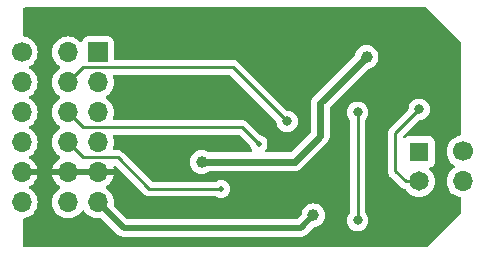
<source format=gbr>
%TF.GenerationSoftware,KiCad,Pcbnew,8.0.0*%
%TF.CreationDate,2024-03-09T01:11:29+09:00*%
%TF.ProjectId,Pmod_CAN,506d6f64-5f43-4414-9e2e-6b696361645f,rev?*%
%TF.SameCoordinates,Original*%
%TF.FileFunction,Copper,L2,Bot*%
%TF.FilePolarity,Positive*%
%FSLAX46Y46*%
G04 Gerber Fmt 4.6, Leading zero omitted, Abs format (unit mm)*
G04 Created by KiCad (PCBNEW 8.0.0) date 2024-03-09 01:11:29*
%MOMM*%
%LPD*%
G01*
G04 APERTURE LIST*
%TA.AperFunction,ComponentPad*%
%ADD10R,1.700000X1.700000*%
%TD*%
%TA.AperFunction,ComponentPad*%
%ADD11O,1.700000X1.700000*%
%TD*%
%TA.AperFunction,ComponentPad*%
%ADD12C,1.700000*%
%TD*%
%TA.AperFunction,ComponentPad*%
%ADD13R,1.650000X1.650000*%
%TD*%
%TA.AperFunction,ComponentPad*%
%ADD14C,1.650000*%
%TD*%
%TA.AperFunction,ViaPad*%
%ADD15C,1.000000*%
%TD*%
%TA.AperFunction,ViaPad*%
%ADD16C,0.500000*%
%TD*%
%TA.AperFunction,ViaPad*%
%ADD17C,0.800000*%
%TD*%
%TA.AperFunction,Conductor*%
%ADD18C,0.600000*%
%TD*%
%TA.AperFunction,Conductor*%
%ADD19C,0.250000*%
%TD*%
%TA.AperFunction,Conductor*%
%ADD20C,0.500000*%
%TD*%
G04 APERTURE END LIST*
D10*
%TO.P,J2,1,Pin_1*%
%TO.N,unconnected-(J2-Pin_1-Pad1)*%
X139573000Y-91821000D03*
D11*
%TO.P,J2,2,Pin_2*%
%TO.N,unconnected-(J2-Pin_2-Pad2)*%
X139573000Y-94361000D03*
%TO.P,J2,3,Pin_3*%
%TO.N,unconnected-(J2-Pin_3-Pad3)*%
X139573000Y-96901000D03*
%TO.P,J2,4,Pin_4*%
%TO.N,unconnected-(J2-Pin_4-Pad4)*%
X139573000Y-99441000D03*
%TO.P,J2,5,Pin_5*%
%TO.N,GND*%
X139573000Y-101981000D03*
%TO.P,J2,6,Pin_6*%
%TO.N,+3V3*%
X139573000Y-104521000D03*
%TO.P,J2,7,Pin_7*%
%TO.N,Net-(J2-Pin_7)*%
X137033000Y-91821000D03*
%TO.P,J2,8,Pin_8*%
%TO.N,Net-(IC1-S)*%
X137033000Y-94361000D03*
%TO.P,J2,9,Pin_9*%
%TO.N,Net-(IC1-TXD)*%
X137033000Y-96901000D03*
%TO.P,J2,10,Pin_10*%
%TO.N,Net-(IC1-RXD)*%
X137033000Y-99441000D03*
%TO.P,J2,11,Pin_11*%
%TO.N,GND*%
X137033000Y-101981000D03*
%TO.P,J2,12,Pin_12*%
%TO.N,+3V3*%
X137033000Y-104521000D03*
%TD*%
D12*
%TO.P,J4,1,Pin_1*%
%TO.N,Net-(J4-Pin_1)*%
X170434000Y-100198000D03*
D11*
%TO.P,J4,2,Pin_2*%
%TO.N,Net-(J4-Pin_2)*%
X170434000Y-102738000D03*
%TD*%
D13*
%TO.P,J1,1,1*%
%TO.N,Net-(J4-Pin_1)*%
X166751000Y-100243000D03*
D14*
%TO.P,J1,2,2*%
%TO.N,Net-(J4-Pin_2)*%
X166751000Y-102743000D03*
%TD*%
D12*
%TO.P,J3,1,Pin_1*%
%TO.N,Net-(J2-Pin_7)*%
X133096000Y-91821000D03*
D11*
%TO.P,J3,2,Pin_2*%
%TO.N,Net-(IC1-S)*%
X133096000Y-94361000D03*
%TO.P,J3,3,Pin_3*%
%TO.N,Net-(IC1-TXD)*%
X133096000Y-96901000D03*
%TO.P,J3,4,Pin_4*%
%TO.N,Net-(IC1-RXD)*%
X133096000Y-99441000D03*
%TO.P,J3,5,Pin_5*%
%TO.N,GND*%
X133096000Y-101981000D03*
%TO.P,J3,6,Pin_6*%
%TO.N,+3V3*%
X133096000Y-104521000D03*
%TD*%
D15*
%TO.N,/+5V*%
X162306000Y-92202000D03*
X148336000Y-101092000D03*
D16*
%TO.N,Net-(IC1-RXD)*%
X149987000Y-103378000D03*
D17*
%TO.N,GND*%
X155829000Y-91948000D03*
X149479000Y-91948000D03*
X166497000Y-89662000D03*
X166497000Y-105918000D03*
D16*
%TO.N,Net-(IC1-TXD)*%
X153162000Y-99568000D03*
D15*
%TO.N,+3V3*%
X157797500Y-105600500D03*
D17*
%TO.N,Net-(IC1-S)*%
X155575000Y-97663000D03*
%TO.N,Net-(C2-Pad1)*%
X161544000Y-96901000D03*
X161544000Y-106045000D03*
%TO.N,Net-(J4-Pin_2)*%
X166751000Y-96647000D03*
%TD*%
D18*
%TO.N,/+5V*%
X158369000Y-96139000D02*
X162306000Y-92202000D01*
X158369000Y-98933000D02*
X158369000Y-96139000D01*
X156210000Y-101092000D02*
X158369000Y-98933000D01*
X148336000Y-101092000D02*
X156210000Y-101092000D01*
D19*
%TO.N,Net-(IC1-RXD)*%
X138303000Y-100711000D02*
X137033000Y-99441000D01*
X141224000Y-100711000D02*
X138303000Y-100711000D01*
X143891000Y-103378000D02*
X141224000Y-100711000D01*
X149987000Y-103378000D02*
X143891000Y-103378000D01*
D20*
%TO.N,+3V3*%
X141732000Y-106680000D02*
X139573000Y-104521000D01*
X156718000Y-106680000D02*
X141732000Y-106680000D01*
X157797500Y-105600500D02*
X156718000Y-106680000D01*
D19*
%TO.N,Net-(IC1-S)*%
X151003000Y-93091000D02*
X155575000Y-97663000D01*
X138303000Y-93091000D02*
X151003000Y-93091000D01*
X137033000Y-94361000D02*
X138303000Y-93091000D01*
%TO.N,Net-(IC1-TXD)*%
X153162000Y-99568000D02*
X151765000Y-98171000D01*
X138303000Y-98171000D02*
X137033000Y-96901000D01*
X151765000Y-98171000D02*
X138303000Y-98171000D01*
%TO.N,Net-(C2-Pad1)*%
X161544000Y-106045000D02*
X161544000Y-96901000D01*
%TO.N,Net-(J4-Pin_2)*%
X166751000Y-96647000D02*
X164719000Y-98679000D01*
X164719000Y-101854000D02*
X165608000Y-102743000D01*
X164719000Y-98679000D02*
X164719000Y-101854000D01*
X165608000Y-102743000D02*
X166751000Y-102743000D01*
%TD*%
%TA.AperFunction,Conductor*%
%TO.N,GND*%
G36*
X139107075Y-101788007D02*
G01*
X139073000Y-101915174D01*
X139073000Y-102046826D01*
X139107075Y-102173993D01*
X139139988Y-102231000D01*
X137466012Y-102231000D01*
X137498925Y-102173993D01*
X137533000Y-102046826D01*
X137533000Y-101915174D01*
X137498925Y-101788007D01*
X137466012Y-101731000D01*
X139139988Y-101731000D01*
X139107075Y-101788007D01*
G37*
%TD.AperFunction*%
%TA.AperFunction,Conductor*%
G36*
X167401677Y-88030685D02*
G01*
X167422319Y-88047319D01*
X170270681Y-90895681D01*
X170304166Y-90957004D01*
X170307000Y-90983362D01*
X170307000Y-98739827D01*
X170287315Y-98806866D01*
X170234511Y-98852621D01*
X170203703Y-98860764D01*
X170203921Y-98861998D01*
X170198586Y-98862938D01*
X169970344Y-98924094D01*
X169970335Y-98924098D01*
X169756171Y-99023964D01*
X169756169Y-99023965D01*
X169562597Y-99159505D01*
X169395505Y-99326597D01*
X169259965Y-99520169D01*
X169259964Y-99520171D01*
X169160098Y-99734335D01*
X169160094Y-99734344D01*
X169098938Y-99962586D01*
X169098936Y-99962596D01*
X169078341Y-100197999D01*
X169078341Y-100198000D01*
X169098936Y-100433403D01*
X169098938Y-100433413D01*
X169160094Y-100661655D01*
X169160096Y-100661659D01*
X169160097Y-100661663D01*
X169230611Y-100812880D01*
X169259965Y-100875830D01*
X169259967Y-100875834D01*
X169395501Y-101069395D01*
X169395506Y-101069402D01*
X169562597Y-101236493D01*
X169562603Y-101236498D01*
X169748158Y-101366425D01*
X169791783Y-101421002D01*
X169798977Y-101490500D01*
X169767454Y-101552855D01*
X169748158Y-101569575D01*
X169562597Y-101699505D01*
X169395505Y-101866597D01*
X169259965Y-102060169D01*
X169259964Y-102060171D01*
X169160098Y-102274335D01*
X169160094Y-102274344D01*
X169098938Y-102502586D01*
X169098936Y-102502596D01*
X169078341Y-102737999D01*
X169078341Y-102738000D01*
X169098936Y-102973403D01*
X169098938Y-102973413D01*
X169160094Y-103201655D01*
X169160096Y-103201659D01*
X169160097Y-103201663D01*
X169251103Y-103396825D01*
X169259965Y-103415830D01*
X169259967Y-103415834D01*
X169306651Y-103482505D01*
X169395505Y-103609401D01*
X169562599Y-103776495D01*
X169646378Y-103835158D01*
X169756165Y-103912032D01*
X169756167Y-103912033D01*
X169756170Y-103912035D01*
X169970337Y-104011903D01*
X170198592Y-104073063D01*
X170198597Y-104073063D01*
X170203920Y-104074002D01*
X170203490Y-104076439D01*
X170258845Y-104098072D01*
X170299842Y-104154650D01*
X170307000Y-104196172D01*
X170307000Y-105358638D01*
X170287315Y-105425677D01*
X170270681Y-105446319D01*
X167422319Y-108294681D01*
X167360996Y-108328166D01*
X167334638Y-108331000D01*
X133347000Y-108331000D01*
X133279961Y-108311315D01*
X133234206Y-108258511D01*
X133223000Y-108207000D01*
X133223000Y-105979172D01*
X133242685Y-105912133D01*
X133295489Y-105866378D01*
X133326301Y-105858257D01*
X133326080Y-105857002D01*
X133331400Y-105856063D01*
X133331408Y-105856063D01*
X133559663Y-105794903D01*
X133773830Y-105695035D01*
X133967401Y-105559495D01*
X134134495Y-105392401D01*
X134270035Y-105198830D01*
X134369903Y-104984663D01*
X134431063Y-104756408D01*
X134451659Y-104521000D01*
X135677341Y-104521000D01*
X135697936Y-104756403D01*
X135697938Y-104756413D01*
X135759094Y-104984655D01*
X135759096Y-104984659D01*
X135759097Y-104984663D01*
X135839004Y-105156023D01*
X135858965Y-105198830D01*
X135858967Y-105198834D01*
X135962233Y-105346312D01*
X135994505Y-105392401D01*
X136161599Y-105559495D01*
X136220160Y-105600500D01*
X136355165Y-105695032D01*
X136355167Y-105695033D01*
X136355170Y-105695035D01*
X136569337Y-105794903D01*
X136569343Y-105794904D01*
X136569344Y-105794905D01*
X136624285Y-105809626D01*
X136797592Y-105856063D01*
X136985918Y-105872539D01*
X137032999Y-105876659D01*
X137033000Y-105876659D01*
X137033001Y-105876659D01*
X137072234Y-105873226D01*
X137268408Y-105856063D01*
X137496663Y-105794903D01*
X137710830Y-105695035D01*
X137904401Y-105559495D01*
X138071495Y-105392401D01*
X138201425Y-105206842D01*
X138256002Y-105163217D01*
X138325500Y-105156023D01*
X138387855Y-105187546D01*
X138404575Y-105206842D01*
X138534500Y-105392395D01*
X138534505Y-105392401D01*
X138701599Y-105559495D01*
X138760160Y-105600500D01*
X138895165Y-105695032D01*
X138895167Y-105695033D01*
X138895170Y-105695035D01*
X139109337Y-105794903D01*
X139109343Y-105794904D01*
X139109344Y-105794905D01*
X139164285Y-105809626D01*
X139337592Y-105856063D01*
X139525918Y-105872539D01*
X139572999Y-105876659D01*
X139573000Y-105876659D01*
X139573001Y-105876659D01*
X139608284Y-105873571D01*
X139786013Y-105858022D01*
X139854512Y-105871788D01*
X139884501Y-105893869D01*
X141253586Y-107262954D01*
X141283058Y-107282645D01*
X141327270Y-107312186D01*
X141376505Y-107345084D01*
X141376506Y-107345084D01*
X141376507Y-107345085D01*
X141376509Y-107345086D01*
X141513082Y-107401656D01*
X141513087Y-107401658D01*
X141513091Y-107401658D01*
X141513092Y-107401659D01*
X141658079Y-107430500D01*
X141658082Y-107430500D01*
X156791920Y-107430500D01*
X156889462Y-107411096D01*
X156936913Y-107401658D01*
X157073495Y-107345084D01*
X157122729Y-107312186D01*
X157122734Y-107312183D01*
X157147071Y-107295921D01*
X157196416Y-107262952D01*
X157828275Y-106631091D01*
X157889596Y-106597608D01*
X157903795Y-106595371D01*
X157993632Y-106586524D01*
X158182227Y-106529314D01*
X158356038Y-106436410D01*
X158508383Y-106311383D01*
X158633410Y-106159038D01*
X158694365Y-106045000D01*
X160638540Y-106045000D01*
X160658326Y-106233256D01*
X160658327Y-106233259D01*
X160716818Y-106413277D01*
X160716821Y-106413284D01*
X160811467Y-106577216D01*
X160938129Y-106717888D01*
X161091265Y-106829148D01*
X161091270Y-106829151D01*
X161264192Y-106906142D01*
X161264197Y-106906144D01*
X161449354Y-106945500D01*
X161449355Y-106945500D01*
X161638644Y-106945500D01*
X161638646Y-106945500D01*
X161823803Y-106906144D01*
X161996730Y-106829151D01*
X162149871Y-106717888D01*
X162276533Y-106577216D01*
X162371179Y-106413284D01*
X162429674Y-106233256D01*
X162449460Y-106045000D01*
X162429674Y-105856744D01*
X162371179Y-105676716D01*
X162276533Y-105512784D01*
X162216688Y-105446319D01*
X162201350Y-105429284D01*
X162171120Y-105366292D01*
X162169500Y-105346312D01*
X162169500Y-101915611D01*
X164093500Y-101915611D01*
X164117535Y-102036444D01*
X164117540Y-102036461D01*
X164164685Y-102150281D01*
X164164688Y-102150286D01*
X164190347Y-102188686D01*
X164190348Y-102188689D01*
X164190349Y-102188689D01*
X164233141Y-102252733D01*
X164324586Y-102344178D01*
X164324608Y-102344198D01*
X165119016Y-103138606D01*
X165119045Y-103138637D01*
X165209264Y-103228856D01*
X165209267Y-103228858D01*
X165286190Y-103280256D01*
X165311710Y-103297309D01*
X165311713Y-103297311D01*
X165311715Y-103297312D01*
X165357782Y-103316393D01*
X165357783Y-103316394D01*
X165357784Y-103316394D01*
X165425548Y-103344463D01*
X165485971Y-103356481D01*
X165525974Y-103364438D01*
X165587884Y-103396825D01*
X165603353Y-103414929D01*
X165731730Y-103598269D01*
X165895731Y-103762270D01*
X166085718Y-103895301D01*
X166295921Y-103993320D01*
X166519950Y-104053349D01*
X166684985Y-104067787D01*
X166750998Y-104073563D01*
X166751000Y-104073563D01*
X166751002Y-104073563D01*
X166808762Y-104068509D01*
X166982050Y-104053349D01*
X167206079Y-103993320D01*
X167416282Y-103895301D01*
X167606269Y-103762270D01*
X167770270Y-103598269D01*
X167903301Y-103408282D01*
X168001320Y-103198079D01*
X168061349Y-102974050D01*
X168081563Y-102743000D01*
X168081125Y-102737999D01*
X168061349Y-102511955D01*
X168061349Y-102511950D01*
X168001320Y-102287921D01*
X167903301Y-102077719D01*
X167903299Y-102077716D01*
X167903298Y-102077714D01*
X167770273Y-101887735D01*
X167770268Y-101887729D01*
X167645951Y-101763412D01*
X167612466Y-101702089D01*
X167617450Y-101632397D01*
X167659322Y-101576464D01*
X167690299Y-101559549D01*
X167803019Y-101517507D01*
X167818331Y-101511796D01*
X167933546Y-101425546D01*
X168019796Y-101310331D01*
X168070091Y-101175483D01*
X168076500Y-101115873D01*
X168076499Y-99370128D01*
X168070091Y-99310517D01*
X168030954Y-99205586D01*
X168019797Y-99175671D01*
X168019793Y-99175664D01*
X167933547Y-99060455D01*
X167933544Y-99060452D01*
X167818335Y-98974206D01*
X167818328Y-98974202D01*
X167683482Y-98923908D01*
X167683483Y-98923908D01*
X167623883Y-98917501D01*
X167623881Y-98917500D01*
X167623873Y-98917500D01*
X167623864Y-98917500D01*
X165878129Y-98917500D01*
X165878123Y-98917501D01*
X165818516Y-98923908D01*
X165683671Y-98974202D01*
X165683668Y-98974204D01*
X165578881Y-99052648D01*
X165513417Y-99077065D01*
X165445144Y-99062213D01*
X165395738Y-99012808D01*
X165380886Y-98944535D01*
X165405303Y-98879071D01*
X165416882Y-98865707D01*
X166698771Y-97583819D01*
X166760094Y-97550334D01*
X166786452Y-97547500D01*
X166845644Y-97547500D01*
X166845646Y-97547500D01*
X167030803Y-97508144D01*
X167203730Y-97431151D01*
X167356871Y-97319888D01*
X167483533Y-97179216D01*
X167578179Y-97015284D01*
X167636674Y-96835256D01*
X167656460Y-96647000D01*
X167636674Y-96458744D01*
X167578179Y-96278716D01*
X167483533Y-96114784D01*
X167356871Y-95974112D01*
X167356870Y-95974111D01*
X167203734Y-95862851D01*
X167203729Y-95862848D01*
X167030807Y-95785857D01*
X167030802Y-95785855D01*
X166885001Y-95754865D01*
X166845646Y-95746500D01*
X166656354Y-95746500D01*
X166623897Y-95753398D01*
X166471197Y-95785855D01*
X166471192Y-95785857D01*
X166298270Y-95862848D01*
X166298265Y-95862851D01*
X166145129Y-95974111D01*
X166018466Y-96114785D01*
X165923821Y-96278715D01*
X165923818Y-96278722D01*
X165872279Y-96437344D01*
X165865326Y-96458744D01*
X165858684Y-96521939D01*
X165847678Y-96626651D01*
X165821093Y-96691266D01*
X165812038Y-96701370D01*
X165040398Y-97473011D01*
X164320270Y-98193139D01*
X164320267Y-98193142D01*
X164295411Y-98217998D01*
X164233140Y-98280268D01*
X164212468Y-98311208D01*
X164212466Y-98311211D01*
X164164690Y-98382710D01*
X164164685Y-98382719D01*
X164140753Y-98440499D01*
X164140753Y-98440500D01*
X164117538Y-98496545D01*
X164117535Y-98496555D01*
X164093500Y-98617389D01*
X164093500Y-101915611D01*
X162169500Y-101915611D01*
X162169500Y-97599687D01*
X162189185Y-97532648D01*
X162201350Y-97516715D01*
X162219891Y-97496122D01*
X162276533Y-97433216D01*
X162371179Y-97269284D01*
X162429674Y-97089256D01*
X162449460Y-96901000D01*
X162429674Y-96712744D01*
X162371179Y-96532716D01*
X162276533Y-96368784D01*
X162149871Y-96228112D01*
X162149870Y-96228111D01*
X161996734Y-96116851D01*
X161996729Y-96116848D01*
X161823807Y-96039857D01*
X161823802Y-96039855D01*
X161678001Y-96008865D01*
X161638646Y-96000500D01*
X161449354Y-96000500D01*
X161416897Y-96007398D01*
X161264197Y-96039855D01*
X161264192Y-96039857D01*
X161091270Y-96116848D01*
X161091265Y-96116851D01*
X160938129Y-96228111D01*
X160811466Y-96368785D01*
X160716821Y-96532715D01*
X160716818Y-96532722D01*
X160658327Y-96712740D01*
X160658326Y-96712744D01*
X160638540Y-96901000D01*
X160658326Y-97089256D01*
X160658327Y-97089259D01*
X160716818Y-97269277D01*
X160716821Y-97269284D01*
X160811467Y-97433216D01*
X160847299Y-97473011D01*
X160886650Y-97516715D01*
X160916880Y-97579706D01*
X160918500Y-97599687D01*
X160918500Y-105346312D01*
X160898815Y-105413351D01*
X160886650Y-105429284D01*
X160811466Y-105512784D01*
X160716821Y-105676715D01*
X160716818Y-105676722D01*
X160658547Y-105856063D01*
X160658326Y-105856744D01*
X160638540Y-106045000D01*
X158694365Y-106045000D01*
X158726314Y-105985227D01*
X158783524Y-105796632D01*
X158802841Y-105600500D01*
X158783524Y-105404368D01*
X158726314Y-105215773D01*
X158726311Y-105215769D01*
X158726311Y-105215766D01*
X158633413Y-105041967D01*
X158633409Y-105041960D01*
X158508383Y-104889616D01*
X158356039Y-104764590D01*
X158356032Y-104764586D01*
X158182233Y-104671688D01*
X158182227Y-104671686D01*
X157993632Y-104614476D01*
X157993629Y-104614475D01*
X157797500Y-104595159D01*
X157601370Y-104614475D01*
X157412766Y-104671688D01*
X157238967Y-104764586D01*
X157238960Y-104764590D01*
X157086616Y-104889616D01*
X156961590Y-105041960D01*
X156961586Y-105041967D01*
X156868688Y-105215766D01*
X156811475Y-105404370D01*
X156802627Y-105494200D01*
X156776465Y-105558987D01*
X156766905Y-105569725D01*
X156443449Y-105893182D01*
X156382128Y-105926666D01*
X156355770Y-105929500D01*
X142094230Y-105929500D01*
X142027191Y-105909815D01*
X142006549Y-105893181D01*
X140945869Y-104832501D01*
X140912384Y-104771178D01*
X140910022Y-104734012D01*
X140928659Y-104521000D01*
X140928659Y-104520999D01*
X140908063Y-104285596D01*
X140908063Y-104285592D01*
X140851117Y-104073063D01*
X140846905Y-104057344D01*
X140846904Y-104057343D01*
X140846903Y-104057337D01*
X140747035Y-103843171D01*
X140741425Y-103835158D01*
X140611494Y-103649597D01*
X140444402Y-103482506D01*
X140444401Y-103482505D01*
X140258405Y-103352269D01*
X140214781Y-103297692D01*
X140207588Y-103228193D01*
X140239110Y-103165839D01*
X140258405Y-103149119D01*
X140444082Y-103019105D01*
X140611105Y-102852082D01*
X140746600Y-102658578D01*
X140846429Y-102444492D01*
X140846432Y-102444486D01*
X140903636Y-102231000D01*
X140006012Y-102231000D01*
X140038925Y-102173993D01*
X140073000Y-102046826D01*
X140073000Y-101915174D01*
X140038925Y-101788007D01*
X140006012Y-101731000D01*
X140903636Y-101731000D01*
X140903635Y-101730999D01*
X140856585Y-101555406D01*
X140858248Y-101485556D01*
X140897410Y-101427693D01*
X140961638Y-101400189D01*
X141030541Y-101411775D01*
X141064041Y-101435631D01*
X143492263Y-103863855D01*
X143492267Y-103863858D01*
X143594710Y-103932309D01*
X143594711Y-103932309D01*
X143594715Y-103932312D01*
X143661396Y-103959931D01*
X143661398Y-103959933D01*
X143708543Y-103979461D01*
X143708548Y-103979463D01*
X143728597Y-103983451D01*
X143762196Y-103990134D01*
X143829392Y-104003501D01*
X143829394Y-104003501D01*
X143958721Y-104003501D01*
X143958741Y-104003500D01*
X149536124Y-104003500D01*
X149602095Y-104022505D01*
X149659310Y-104058456D01*
X149759915Y-104093659D01*
X149818943Y-104114314D01*
X149986997Y-104133249D01*
X149987000Y-104133249D01*
X149987003Y-104133249D01*
X150155056Y-104114314D01*
X150201473Y-104098072D01*
X150314690Y-104058456D01*
X150314692Y-104058454D01*
X150314694Y-104058454D01*
X150314697Y-104058452D01*
X150457884Y-103968481D01*
X150457885Y-103968480D01*
X150457890Y-103968477D01*
X150577477Y-103848890D01*
X150581072Y-103843169D01*
X150667452Y-103705697D01*
X150667454Y-103705694D01*
X150667454Y-103705692D01*
X150667456Y-103705690D01*
X150723313Y-103546059D01*
X150723313Y-103546058D01*
X150723314Y-103546056D01*
X150742249Y-103378002D01*
X150742249Y-103377997D01*
X150723314Y-103209943D01*
X150667454Y-103050305D01*
X150667452Y-103050302D01*
X150577481Y-102907115D01*
X150577476Y-102907109D01*
X150457890Y-102787523D01*
X150457884Y-102787518D01*
X150314697Y-102697547D01*
X150314694Y-102697545D01*
X150155056Y-102641685D01*
X149987003Y-102622751D01*
X149986997Y-102622751D01*
X149818943Y-102641685D01*
X149659307Y-102697545D01*
X149602096Y-102733494D01*
X149536124Y-102752500D01*
X144201453Y-102752500D01*
X144134414Y-102732815D01*
X144113772Y-102716181D01*
X141716928Y-100319338D01*
X141716925Y-100319334D01*
X141716925Y-100319335D01*
X141709858Y-100312268D01*
X141709858Y-100312267D01*
X141622733Y-100225142D01*
X141556215Y-100180696D01*
X141556216Y-100180696D01*
X141556214Y-100180694D01*
X141520290Y-100156690D01*
X141520286Y-100156688D01*
X141428887Y-100118830D01*
X141428885Y-100118828D01*
X141406455Y-100109538D01*
X141406453Y-100109537D01*
X141406452Y-100109537D01*
X141346029Y-100097518D01*
X141285610Y-100085500D01*
X141285607Y-100085500D01*
X141285606Y-100085500D01*
X140957218Y-100085500D01*
X140890179Y-100065815D01*
X140844424Y-100013011D01*
X140834480Y-99943853D01*
X140844837Y-99909094D01*
X140846900Y-99904669D01*
X140846903Y-99904663D01*
X140908063Y-99676408D01*
X140928659Y-99441000D01*
X140908063Y-99205592D01*
X140856149Y-99011844D01*
X140846905Y-98977344D01*
X140846900Y-98977330D01*
X140844837Y-98972906D01*
X140834344Y-98903829D01*
X140862863Y-98840045D01*
X140921339Y-98801804D01*
X140957218Y-98796500D01*
X151454548Y-98796500D01*
X151521587Y-98816185D01*
X151542229Y-98832819D01*
X152395025Y-99685615D01*
X152424386Y-99732341D01*
X152481545Y-99895694D01*
X152481547Y-99895697D01*
X152571518Y-100038884D01*
X152571523Y-100038890D01*
X152612452Y-100079819D01*
X152645937Y-100141142D01*
X152640953Y-100210834D01*
X152599081Y-100266767D01*
X152533617Y-100291184D01*
X152524771Y-100291500D01*
X148982053Y-100291500D01*
X148915014Y-100271815D01*
X148903392Y-100263356D01*
X148894538Y-100256090D01*
X148894537Y-100256089D01*
X148894534Y-100256087D01*
X148894532Y-100256086D01*
X148720733Y-100163188D01*
X148720727Y-100163186D01*
X148574499Y-100118828D01*
X148532129Y-100105975D01*
X148336000Y-100086659D01*
X148139870Y-100105975D01*
X147951266Y-100163188D01*
X147777467Y-100256086D01*
X147777460Y-100256090D01*
X147625116Y-100381116D01*
X147500090Y-100533460D01*
X147500086Y-100533467D01*
X147407188Y-100707266D01*
X147349975Y-100895870D01*
X147330659Y-101092000D01*
X147349975Y-101288129D01*
X147349976Y-101288132D01*
X147393587Y-101431899D01*
X147407188Y-101476733D01*
X147500086Y-101650532D01*
X147500090Y-101650539D01*
X147625116Y-101802883D01*
X147777460Y-101927909D01*
X147777467Y-101927913D01*
X147951266Y-102020811D01*
X147951269Y-102020811D01*
X147951273Y-102020814D01*
X148139868Y-102078024D01*
X148336000Y-102097341D01*
X148532132Y-102078024D01*
X148720727Y-102020814D01*
X148894538Y-101927910D01*
X148903387Y-101920647D01*
X148967696Y-101893334D01*
X148982053Y-101892500D01*
X156288844Y-101892500D01*
X156288845Y-101892499D01*
X156443497Y-101861737D01*
X156589179Y-101801394D01*
X156720289Y-101713789D01*
X158990789Y-99443289D01*
X159078394Y-99312179D01*
X159079083Y-99310517D01*
X159138735Y-99166501D01*
X159138737Y-99166497D01*
X159169500Y-99011842D01*
X159169500Y-98854158D01*
X159169500Y-96521939D01*
X159189185Y-96454900D01*
X159205814Y-96434263D01*
X162415210Y-93224866D01*
X162476531Y-93191383D01*
X162490737Y-93189146D01*
X162502132Y-93188024D01*
X162690727Y-93130814D01*
X162864538Y-93037910D01*
X163016883Y-92912883D01*
X163141910Y-92760538D01*
X163234814Y-92586727D01*
X163292024Y-92398132D01*
X163311341Y-92202000D01*
X163292024Y-92005868D01*
X163234814Y-91817273D01*
X163234811Y-91817269D01*
X163234811Y-91817266D01*
X163141913Y-91643467D01*
X163141909Y-91643460D01*
X163016883Y-91491116D01*
X162864539Y-91366090D01*
X162864532Y-91366086D01*
X162690733Y-91273188D01*
X162690727Y-91273186D01*
X162502132Y-91215976D01*
X162502129Y-91215975D01*
X162306000Y-91196659D01*
X162109870Y-91215975D01*
X161921266Y-91273188D01*
X161747467Y-91366086D01*
X161747460Y-91366090D01*
X161595116Y-91491116D01*
X161470090Y-91643460D01*
X161470086Y-91643467D01*
X161377186Y-91817271D01*
X161319976Y-92005864D01*
X161318853Y-92017266D01*
X161292690Y-92082052D01*
X161283131Y-92092789D01*
X158551267Y-94824655D01*
X157858711Y-95517211D01*
X157829777Y-95546145D01*
X157747209Y-95628712D01*
X157659609Y-95759814D01*
X157659602Y-95759827D01*
X157599264Y-95905498D01*
X157599261Y-95905510D01*
X157568500Y-96060153D01*
X157568500Y-98550060D01*
X157548815Y-98617099D01*
X157532181Y-98637741D01*
X155914741Y-100255181D01*
X155853418Y-100288666D01*
X155827060Y-100291500D01*
X153799229Y-100291500D01*
X153732190Y-100271815D01*
X153686435Y-100219011D01*
X153676491Y-100149853D01*
X153705516Y-100086297D01*
X153711548Y-100079819D01*
X153725552Y-100065815D01*
X153752477Y-100038890D01*
X153800416Y-99962596D01*
X153842452Y-99895697D01*
X153842454Y-99895694D01*
X153842454Y-99895692D01*
X153842456Y-99895690D01*
X153898313Y-99736059D01*
X153898313Y-99736058D01*
X153898314Y-99736056D01*
X153917249Y-99568002D01*
X153917249Y-99567997D01*
X153898314Y-99399943D01*
X153842454Y-99240305D01*
X153842452Y-99240302D01*
X153752481Y-99097115D01*
X153752476Y-99097109D01*
X153632890Y-98977523D01*
X153632884Y-98977518D01*
X153489697Y-98887547D01*
X153489694Y-98887545D01*
X153326341Y-98830386D01*
X153279615Y-98801025D01*
X152257928Y-97779338D01*
X152257925Y-97779334D01*
X152257925Y-97779335D01*
X152250858Y-97772268D01*
X152250858Y-97772267D01*
X152163733Y-97685142D01*
X152163732Y-97685141D01*
X152163731Y-97685140D01*
X152112509Y-97650915D01*
X152102332Y-97644115D01*
X152061286Y-97616688D01*
X152041829Y-97608629D01*
X152020241Y-97599687D01*
X151969887Y-97578830D01*
X151969885Y-97578828D01*
X151947455Y-97569538D01*
X151947453Y-97569537D01*
X151947452Y-97569537D01*
X151887029Y-97557518D01*
X151826610Y-97545500D01*
X151826607Y-97545500D01*
X151826606Y-97545500D01*
X140957218Y-97545500D01*
X140890179Y-97525815D01*
X140844424Y-97473011D01*
X140834480Y-97403853D01*
X140844837Y-97369094D01*
X140846900Y-97364669D01*
X140846903Y-97364663D01*
X140908063Y-97136408D01*
X140928659Y-96901000D01*
X140908063Y-96665592D01*
X140846903Y-96437337D01*
X140747035Y-96223171D01*
X140741425Y-96215158D01*
X140611494Y-96029597D01*
X140444402Y-95862506D01*
X140444396Y-95862501D01*
X140258842Y-95732575D01*
X140215217Y-95677998D01*
X140208023Y-95608500D01*
X140239546Y-95546145D01*
X140258842Y-95529425D01*
X140281026Y-95513891D01*
X140444401Y-95399495D01*
X140611495Y-95232401D01*
X140747035Y-95038830D01*
X140846903Y-94824663D01*
X140908063Y-94596408D01*
X140928659Y-94361000D01*
X140908063Y-94125592D01*
X140846903Y-93897337D01*
X140844837Y-93892906D01*
X140834344Y-93823829D01*
X140862863Y-93760045D01*
X140921339Y-93721804D01*
X140957218Y-93716500D01*
X150692548Y-93716500D01*
X150759587Y-93736185D01*
X150780229Y-93752819D01*
X154636038Y-97608629D01*
X154669523Y-97669952D01*
X154671678Y-97683348D01*
X154671867Y-97685142D01*
X154689326Y-97851256D01*
X154689327Y-97851259D01*
X154747818Y-98031277D01*
X154747821Y-98031284D01*
X154842467Y-98195216D01*
X154946907Y-98311208D01*
X154969129Y-98335888D01*
X155122265Y-98447148D01*
X155122270Y-98447151D01*
X155295192Y-98524142D01*
X155295197Y-98524144D01*
X155480354Y-98563500D01*
X155480355Y-98563500D01*
X155669644Y-98563500D01*
X155669646Y-98563500D01*
X155854803Y-98524144D01*
X156027730Y-98447151D01*
X156180871Y-98335888D01*
X156307533Y-98195216D01*
X156402179Y-98031284D01*
X156460674Y-97851256D01*
X156480460Y-97663000D01*
X156460674Y-97474744D01*
X156402179Y-97294716D01*
X156307533Y-97130784D01*
X156180871Y-96990112D01*
X156180870Y-96990111D01*
X156027734Y-96878851D01*
X156027729Y-96878848D01*
X155854807Y-96801857D01*
X155854802Y-96801855D01*
X155709001Y-96770865D01*
X155669646Y-96762500D01*
X155669645Y-96762500D01*
X155610453Y-96762500D01*
X155543414Y-96742815D01*
X155522772Y-96726181D01*
X151495928Y-92699338D01*
X151495925Y-92699334D01*
X151495925Y-92699335D01*
X151488858Y-92692268D01*
X151488858Y-92692267D01*
X151401733Y-92605142D01*
X151401732Y-92605141D01*
X151401731Y-92605140D01*
X151350509Y-92570915D01*
X151299286Y-92536688D01*
X151207887Y-92498830D01*
X151207885Y-92498828D01*
X151185455Y-92489538D01*
X151185453Y-92489537D01*
X151185452Y-92489537D01*
X151125029Y-92477518D01*
X151064610Y-92465500D01*
X151064607Y-92465500D01*
X151064606Y-92465500D01*
X141047500Y-92465500D01*
X140980461Y-92445815D01*
X140934706Y-92393011D01*
X140923500Y-92341500D01*
X140923499Y-90923129D01*
X140923498Y-90923123D01*
X140920548Y-90895681D01*
X140917091Y-90863517D01*
X140915810Y-90860083D01*
X140866797Y-90728671D01*
X140866793Y-90728664D01*
X140780547Y-90613455D01*
X140780544Y-90613452D01*
X140665335Y-90527206D01*
X140665328Y-90527202D01*
X140530482Y-90476908D01*
X140530483Y-90476908D01*
X140470883Y-90470501D01*
X140470881Y-90470500D01*
X140470873Y-90470500D01*
X140470864Y-90470500D01*
X138675129Y-90470500D01*
X138675123Y-90470501D01*
X138615516Y-90476908D01*
X138480671Y-90527202D01*
X138480664Y-90527206D01*
X138365455Y-90613452D01*
X138365452Y-90613455D01*
X138279206Y-90728664D01*
X138279203Y-90728669D01*
X138230189Y-90860083D01*
X138188317Y-90916016D01*
X138122853Y-90940433D01*
X138054580Y-90925581D01*
X138026326Y-90904430D01*
X137904402Y-90782506D01*
X137904395Y-90782501D01*
X137710834Y-90646967D01*
X137710830Y-90646965D01*
X137710828Y-90646964D01*
X137496663Y-90547097D01*
X137496659Y-90547096D01*
X137496655Y-90547094D01*
X137268413Y-90485938D01*
X137268403Y-90485936D01*
X137033001Y-90465341D01*
X137032999Y-90465341D01*
X136797596Y-90485936D01*
X136797586Y-90485938D01*
X136569344Y-90547094D01*
X136569335Y-90547098D01*
X136355171Y-90646964D01*
X136355169Y-90646965D01*
X136161597Y-90782505D01*
X135994505Y-90949597D01*
X135858965Y-91143169D01*
X135858964Y-91143171D01*
X135759098Y-91357335D01*
X135759094Y-91357344D01*
X135697938Y-91585586D01*
X135697936Y-91585596D01*
X135677341Y-91820999D01*
X135677341Y-91821000D01*
X135697936Y-92056403D01*
X135697938Y-92056413D01*
X135759094Y-92284655D01*
X135759096Y-92284659D01*
X135759097Y-92284663D01*
X135854632Y-92489537D01*
X135858965Y-92498830D01*
X135858967Y-92498834D01*
X135994501Y-92692395D01*
X135994506Y-92692402D01*
X136161597Y-92859493D01*
X136161603Y-92859498D01*
X136347158Y-92989425D01*
X136390783Y-93044002D01*
X136397977Y-93113500D01*
X136366454Y-93175855D01*
X136347158Y-93192575D01*
X136161597Y-93322505D01*
X135994505Y-93489597D01*
X135858965Y-93683169D01*
X135858964Y-93683171D01*
X135759098Y-93897335D01*
X135759094Y-93897344D01*
X135697938Y-94125586D01*
X135697936Y-94125596D01*
X135677341Y-94360999D01*
X135677341Y-94361000D01*
X135697936Y-94596403D01*
X135697938Y-94596413D01*
X135759094Y-94824655D01*
X135759096Y-94824659D01*
X135759097Y-94824663D01*
X135763000Y-94833032D01*
X135858965Y-95038830D01*
X135858967Y-95038834D01*
X135967281Y-95193521D01*
X135994501Y-95232396D01*
X135994506Y-95232402D01*
X136161597Y-95399493D01*
X136161603Y-95399498D01*
X136347158Y-95529425D01*
X136390783Y-95584002D01*
X136397977Y-95653500D01*
X136366454Y-95715855D01*
X136347158Y-95732575D01*
X136161597Y-95862505D01*
X135994505Y-96029597D01*
X135858965Y-96223169D01*
X135858964Y-96223171D01*
X135759098Y-96437335D01*
X135759094Y-96437344D01*
X135697938Y-96665586D01*
X135697936Y-96665596D01*
X135677341Y-96900999D01*
X135677341Y-96901000D01*
X135697936Y-97136403D01*
X135697938Y-97136413D01*
X135759094Y-97364655D01*
X135759096Y-97364659D01*
X135759097Y-97364663D01*
X135854632Y-97569537D01*
X135858965Y-97578830D01*
X135858967Y-97578834D01*
X135994501Y-97772395D01*
X135994506Y-97772402D01*
X136161597Y-97939493D01*
X136161603Y-97939498D01*
X136347158Y-98069425D01*
X136390783Y-98124002D01*
X136397977Y-98193500D01*
X136366454Y-98255855D01*
X136347158Y-98272575D01*
X136161597Y-98402505D01*
X135994505Y-98569597D01*
X135858965Y-98763169D01*
X135858964Y-98763171D01*
X135759098Y-98977335D01*
X135759094Y-98977344D01*
X135697938Y-99205586D01*
X135697936Y-99205596D01*
X135677341Y-99440999D01*
X135677341Y-99441000D01*
X135697936Y-99676403D01*
X135697938Y-99676413D01*
X135759094Y-99904655D01*
X135759096Y-99904659D01*
X135759097Y-99904663D01*
X135852971Y-100105975D01*
X135858965Y-100118830D01*
X135858967Y-100118834D01*
X135994501Y-100312395D01*
X135994506Y-100312402D01*
X136161597Y-100479493D01*
X136161603Y-100479498D01*
X136347594Y-100609730D01*
X136391219Y-100664307D01*
X136398413Y-100733805D01*
X136366890Y-100796160D01*
X136347595Y-100812880D01*
X136161922Y-100942890D01*
X136161920Y-100942891D01*
X135994891Y-101109920D01*
X135994886Y-101109926D01*
X135859400Y-101303420D01*
X135859399Y-101303422D01*
X135759570Y-101517507D01*
X135759567Y-101517513D01*
X135702364Y-101730999D01*
X135702364Y-101731000D01*
X136599988Y-101731000D01*
X136567075Y-101788007D01*
X136533000Y-101915174D01*
X136533000Y-102046826D01*
X136567075Y-102173993D01*
X136599988Y-102231000D01*
X135702364Y-102231000D01*
X135759567Y-102444486D01*
X135759570Y-102444492D01*
X135859399Y-102658578D01*
X135994894Y-102852082D01*
X136161917Y-103019105D01*
X136347595Y-103149119D01*
X136391219Y-103203696D01*
X136398412Y-103273195D01*
X136366890Y-103335549D01*
X136347595Y-103352269D01*
X136161594Y-103482508D01*
X135994505Y-103649597D01*
X135858965Y-103843169D01*
X135858964Y-103843171D01*
X135759098Y-104057335D01*
X135759094Y-104057344D01*
X135697938Y-104285586D01*
X135697936Y-104285596D01*
X135677341Y-104520999D01*
X135677341Y-104521000D01*
X134451659Y-104521000D01*
X134431063Y-104285592D01*
X134374117Y-104073063D01*
X134369905Y-104057344D01*
X134369904Y-104057343D01*
X134369903Y-104057337D01*
X134270035Y-103843171D01*
X134264425Y-103835158D01*
X134134494Y-103649597D01*
X133967402Y-103482506D01*
X133967401Y-103482505D01*
X133781405Y-103352269D01*
X133737781Y-103297692D01*
X133730588Y-103228193D01*
X133762110Y-103165839D01*
X133781405Y-103149119D01*
X133967082Y-103019105D01*
X134134105Y-102852082D01*
X134269600Y-102658578D01*
X134369429Y-102444492D01*
X134369432Y-102444486D01*
X134426636Y-102231000D01*
X133529012Y-102231000D01*
X133561925Y-102173993D01*
X133596000Y-102046826D01*
X133596000Y-101915174D01*
X133561925Y-101788007D01*
X133529012Y-101731000D01*
X134426636Y-101731000D01*
X134426635Y-101730999D01*
X134369432Y-101517513D01*
X134369429Y-101517507D01*
X134269600Y-101303422D01*
X134269599Y-101303420D01*
X134134113Y-101109926D01*
X134134108Y-101109920D01*
X133967078Y-100942890D01*
X133781405Y-100812879D01*
X133737780Y-100758302D01*
X133730588Y-100688804D01*
X133762110Y-100626449D01*
X133781406Y-100609730D01*
X133890331Y-100533460D01*
X133967401Y-100479495D01*
X134134495Y-100312401D01*
X134270035Y-100118830D01*
X134369903Y-99904663D01*
X134431063Y-99676408D01*
X134451659Y-99441000D01*
X134431063Y-99205592D01*
X134379149Y-99011844D01*
X134369905Y-98977344D01*
X134369904Y-98977343D01*
X134369903Y-98977337D01*
X134270035Y-98763171D01*
X134253690Y-98739827D01*
X134134494Y-98569597D01*
X133967402Y-98402506D01*
X133967396Y-98402501D01*
X133781842Y-98272575D01*
X133738217Y-98217998D01*
X133731023Y-98148500D01*
X133762546Y-98086145D01*
X133781842Y-98069425D01*
X133836323Y-98031277D01*
X133967401Y-97939495D01*
X134134495Y-97772401D01*
X134270035Y-97578830D01*
X134369903Y-97364663D01*
X134431063Y-97136408D01*
X134451659Y-96901000D01*
X134431063Y-96665592D01*
X134369903Y-96437337D01*
X134270035Y-96223171D01*
X134264425Y-96215158D01*
X134134494Y-96029597D01*
X133967402Y-95862506D01*
X133967396Y-95862501D01*
X133781842Y-95732575D01*
X133738217Y-95677998D01*
X133731023Y-95608500D01*
X133762546Y-95546145D01*
X133781842Y-95529425D01*
X133804026Y-95513891D01*
X133967401Y-95399495D01*
X134134495Y-95232401D01*
X134270035Y-95038830D01*
X134369903Y-94824663D01*
X134431063Y-94596408D01*
X134451659Y-94361000D01*
X134431063Y-94125592D01*
X134369903Y-93897337D01*
X134270035Y-93683171D01*
X134134495Y-93489599D01*
X134134494Y-93489597D01*
X133967402Y-93322506D01*
X133967396Y-93322501D01*
X133781842Y-93192575D01*
X133738217Y-93137998D01*
X133731023Y-93068500D01*
X133762546Y-93006145D01*
X133781842Y-92989425D01*
X133891155Y-92912883D01*
X133967401Y-92859495D01*
X134134495Y-92692401D01*
X134270035Y-92498830D01*
X134369903Y-92284663D01*
X134431063Y-92056408D01*
X134451659Y-91821000D01*
X134431063Y-91585592D01*
X134369903Y-91357337D01*
X134270035Y-91143171D01*
X134134495Y-90949599D01*
X134134494Y-90949597D01*
X133967402Y-90782506D01*
X133967395Y-90782501D01*
X133773834Y-90646967D01*
X133773830Y-90646965D01*
X133773828Y-90646964D01*
X133559663Y-90547097D01*
X133559659Y-90547096D01*
X133559655Y-90547094D01*
X133331413Y-90485938D01*
X133331409Y-90485937D01*
X133331408Y-90485937D01*
X133331406Y-90485936D01*
X133326079Y-90484998D01*
X133326502Y-90482595D01*
X133271009Y-90460814D01*
X133230097Y-90404175D01*
X133223000Y-90362827D01*
X133223000Y-88135000D01*
X133242685Y-88067961D01*
X133295489Y-88022206D01*
X133347000Y-88011000D01*
X167334638Y-88011000D01*
X167401677Y-88030685D01*
G37*
%TD.AperFunction*%
%TD*%
M02*

</source>
